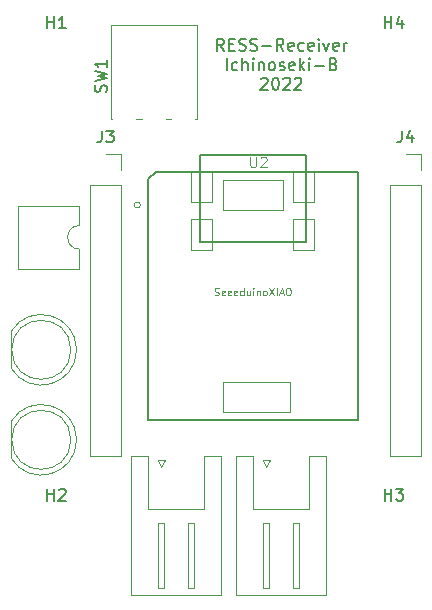
<source format=gbr>
%TF.GenerationSoftware,KiCad,Pcbnew,(5.1.9)-1*%
%TF.CreationDate,2022-08-15T05:54:51+09:00*%
%TF.ProjectId,Receiver,52656365-6976-4657-922e-6b696361645f,rev?*%
%TF.SameCoordinates,Original*%
%TF.FileFunction,Legend,Top*%
%TF.FilePolarity,Positive*%
%FSLAX46Y46*%
G04 Gerber Fmt 4.6, Leading zero omitted, Abs format (unit mm)*
G04 Created by KiCad (PCBNEW (5.1.9)-1) date 2022-08-15 05:54:51*
%MOMM*%
%LPD*%
G01*
G04 APERTURE LIST*
%ADD10C,0.150000*%
%ADD11C,0.120000*%
%ADD12C,0.066040*%
%ADD13C,0.127000*%
%ADD14C,0.100000*%
%ADD15C,0.101600*%
%ADD16C,0.076200*%
G04 APERTURE END LIST*
D10*
X99282857Y-106752380D02*
X98949523Y-106276190D01*
X98711428Y-106752380D02*
X98711428Y-105752380D01*
X99092380Y-105752380D01*
X99187619Y-105800000D01*
X99235238Y-105847619D01*
X99282857Y-105942857D01*
X99282857Y-106085714D01*
X99235238Y-106180952D01*
X99187619Y-106228571D01*
X99092380Y-106276190D01*
X98711428Y-106276190D01*
X99711428Y-106228571D02*
X100044761Y-106228571D01*
X100187619Y-106752380D02*
X99711428Y-106752380D01*
X99711428Y-105752380D01*
X100187619Y-105752380D01*
X100568571Y-106704761D02*
X100711428Y-106752380D01*
X100949523Y-106752380D01*
X101044761Y-106704761D01*
X101092380Y-106657142D01*
X101140000Y-106561904D01*
X101140000Y-106466666D01*
X101092380Y-106371428D01*
X101044761Y-106323809D01*
X100949523Y-106276190D01*
X100759047Y-106228571D01*
X100663809Y-106180952D01*
X100616190Y-106133333D01*
X100568571Y-106038095D01*
X100568571Y-105942857D01*
X100616190Y-105847619D01*
X100663809Y-105800000D01*
X100759047Y-105752380D01*
X100997142Y-105752380D01*
X101140000Y-105800000D01*
X101520952Y-106704761D02*
X101663809Y-106752380D01*
X101901904Y-106752380D01*
X101997142Y-106704761D01*
X102044761Y-106657142D01*
X102092380Y-106561904D01*
X102092380Y-106466666D01*
X102044761Y-106371428D01*
X101997142Y-106323809D01*
X101901904Y-106276190D01*
X101711428Y-106228571D01*
X101616190Y-106180952D01*
X101568571Y-106133333D01*
X101520952Y-106038095D01*
X101520952Y-105942857D01*
X101568571Y-105847619D01*
X101616190Y-105800000D01*
X101711428Y-105752380D01*
X101949523Y-105752380D01*
X102092380Y-105800000D01*
X102520952Y-106371428D02*
X103282857Y-106371428D01*
X104330476Y-106752380D02*
X103997142Y-106276190D01*
X103759047Y-106752380D02*
X103759047Y-105752380D01*
X104140000Y-105752380D01*
X104235238Y-105800000D01*
X104282857Y-105847619D01*
X104330476Y-105942857D01*
X104330476Y-106085714D01*
X104282857Y-106180952D01*
X104235238Y-106228571D01*
X104140000Y-106276190D01*
X103759047Y-106276190D01*
X105140000Y-106704761D02*
X105044761Y-106752380D01*
X104854285Y-106752380D01*
X104759047Y-106704761D01*
X104711428Y-106609523D01*
X104711428Y-106228571D01*
X104759047Y-106133333D01*
X104854285Y-106085714D01*
X105044761Y-106085714D01*
X105140000Y-106133333D01*
X105187619Y-106228571D01*
X105187619Y-106323809D01*
X104711428Y-106419047D01*
X106044761Y-106704761D02*
X105949523Y-106752380D01*
X105759047Y-106752380D01*
X105663809Y-106704761D01*
X105616190Y-106657142D01*
X105568571Y-106561904D01*
X105568571Y-106276190D01*
X105616190Y-106180952D01*
X105663809Y-106133333D01*
X105759047Y-106085714D01*
X105949523Y-106085714D01*
X106044761Y-106133333D01*
X106854285Y-106704761D02*
X106759047Y-106752380D01*
X106568571Y-106752380D01*
X106473333Y-106704761D01*
X106425714Y-106609523D01*
X106425714Y-106228571D01*
X106473333Y-106133333D01*
X106568571Y-106085714D01*
X106759047Y-106085714D01*
X106854285Y-106133333D01*
X106901904Y-106228571D01*
X106901904Y-106323809D01*
X106425714Y-106419047D01*
X107330476Y-106752380D02*
X107330476Y-106085714D01*
X107330476Y-105752380D02*
X107282857Y-105800000D01*
X107330476Y-105847619D01*
X107378095Y-105800000D01*
X107330476Y-105752380D01*
X107330476Y-105847619D01*
X107711428Y-106085714D02*
X107949523Y-106752380D01*
X108187619Y-106085714D01*
X108949523Y-106704761D02*
X108854285Y-106752380D01*
X108663809Y-106752380D01*
X108568571Y-106704761D01*
X108520952Y-106609523D01*
X108520952Y-106228571D01*
X108568571Y-106133333D01*
X108663809Y-106085714D01*
X108854285Y-106085714D01*
X108949523Y-106133333D01*
X108997142Y-106228571D01*
X108997142Y-106323809D01*
X108520952Y-106419047D01*
X109425714Y-106752380D02*
X109425714Y-106085714D01*
X109425714Y-106276190D02*
X109473333Y-106180952D01*
X109520952Y-106133333D01*
X109616190Y-106085714D01*
X109711428Y-106085714D01*
X99520952Y-108402380D02*
X99520952Y-107402380D01*
X100425714Y-108354761D02*
X100330476Y-108402380D01*
X100140000Y-108402380D01*
X100044761Y-108354761D01*
X99997142Y-108307142D01*
X99949523Y-108211904D01*
X99949523Y-107926190D01*
X99997142Y-107830952D01*
X100044761Y-107783333D01*
X100140000Y-107735714D01*
X100330476Y-107735714D01*
X100425714Y-107783333D01*
X100854285Y-108402380D02*
X100854285Y-107402380D01*
X101282857Y-108402380D02*
X101282857Y-107878571D01*
X101235238Y-107783333D01*
X101140000Y-107735714D01*
X100997142Y-107735714D01*
X100901904Y-107783333D01*
X100854285Y-107830952D01*
X101759047Y-108402380D02*
X101759047Y-107735714D01*
X101759047Y-107402380D02*
X101711428Y-107450000D01*
X101759047Y-107497619D01*
X101806666Y-107450000D01*
X101759047Y-107402380D01*
X101759047Y-107497619D01*
X102235238Y-107735714D02*
X102235238Y-108402380D01*
X102235238Y-107830952D02*
X102282857Y-107783333D01*
X102378095Y-107735714D01*
X102520952Y-107735714D01*
X102616190Y-107783333D01*
X102663809Y-107878571D01*
X102663809Y-108402380D01*
X103282857Y-108402380D02*
X103187619Y-108354761D01*
X103140000Y-108307142D01*
X103092380Y-108211904D01*
X103092380Y-107926190D01*
X103140000Y-107830952D01*
X103187619Y-107783333D01*
X103282857Y-107735714D01*
X103425714Y-107735714D01*
X103520952Y-107783333D01*
X103568571Y-107830952D01*
X103616190Y-107926190D01*
X103616190Y-108211904D01*
X103568571Y-108307142D01*
X103520952Y-108354761D01*
X103425714Y-108402380D01*
X103282857Y-108402380D01*
X103997142Y-108354761D02*
X104092380Y-108402380D01*
X104282857Y-108402380D01*
X104378095Y-108354761D01*
X104425714Y-108259523D01*
X104425714Y-108211904D01*
X104378095Y-108116666D01*
X104282857Y-108069047D01*
X104140000Y-108069047D01*
X104044761Y-108021428D01*
X103997142Y-107926190D01*
X103997142Y-107878571D01*
X104044761Y-107783333D01*
X104140000Y-107735714D01*
X104282857Y-107735714D01*
X104378095Y-107783333D01*
X105235238Y-108354761D02*
X105140000Y-108402380D01*
X104949523Y-108402380D01*
X104854285Y-108354761D01*
X104806666Y-108259523D01*
X104806666Y-107878571D01*
X104854285Y-107783333D01*
X104949523Y-107735714D01*
X105140000Y-107735714D01*
X105235238Y-107783333D01*
X105282857Y-107878571D01*
X105282857Y-107973809D01*
X104806666Y-108069047D01*
X105711428Y-108402380D02*
X105711428Y-107402380D01*
X105806666Y-108021428D02*
X106092380Y-108402380D01*
X106092380Y-107735714D02*
X105711428Y-108116666D01*
X106520952Y-108402380D02*
X106520952Y-107735714D01*
X106520952Y-107402380D02*
X106473333Y-107450000D01*
X106520952Y-107497619D01*
X106568571Y-107450000D01*
X106520952Y-107402380D01*
X106520952Y-107497619D01*
X106997142Y-108021428D02*
X107759047Y-108021428D01*
X108568571Y-107878571D02*
X108711428Y-107926190D01*
X108759047Y-107973809D01*
X108806666Y-108069047D01*
X108806666Y-108211904D01*
X108759047Y-108307142D01*
X108711428Y-108354761D01*
X108616190Y-108402380D01*
X108235238Y-108402380D01*
X108235238Y-107402380D01*
X108568571Y-107402380D01*
X108663809Y-107450000D01*
X108711428Y-107497619D01*
X108759047Y-107592857D01*
X108759047Y-107688095D01*
X108711428Y-107783333D01*
X108663809Y-107830952D01*
X108568571Y-107878571D01*
X108235238Y-107878571D01*
X102425714Y-109147619D02*
X102473333Y-109100000D01*
X102568571Y-109052380D01*
X102806666Y-109052380D01*
X102901904Y-109100000D01*
X102949523Y-109147619D01*
X102997142Y-109242857D01*
X102997142Y-109338095D01*
X102949523Y-109480952D01*
X102378095Y-110052380D01*
X102997142Y-110052380D01*
X103616190Y-109052380D02*
X103711428Y-109052380D01*
X103806666Y-109100000D01*
X103854285Y-109147619D01*
X103901904Y-109242857D01*
X103949523Y-109433333D01*
X103949523Y-109671428D01*
X103901904Y-109861904D01*
X103854285Y-109957142D01*
X103806666Y-110004761D01*
X103711428Y-110052380D01*
X103616190Y-110052380D01*
X103520952Y-110004761D01*
X103473333Y-109957142D01*
X103425714Y-109861904D01*
X103378095Y-109671428D01*
X103378095Y-109433333D01*
X103425714Y-109242857D01*
X103473333Y-109147619D01*
X103520952Y-109100000D01*
X103616190Y-109052380D01*
X104330476Y-109147619D02*
X104378095Y-109100000D01*
X104473333Y-109052380D01*
X104711428Y-109052380D01*
X104806666Y-109100000D01*
X104854285Y-109147619D01*
X104901904Y-109242857D01*
X104901904Y-109338095D01*
X104854285Y-109480952D01*
X104282857Y-110052380D01*
X104901904Y-110052380D01*
X105282857Y-109147619D02*
X105330476Y-109100000D01*
X105425714Y-109052380D01*
X105663809Y-109052380D01*
X105759047Y-109100000D01*
X105806666Y-109147619D01*
X105854285Y-109242857D01*
X105854285Y-109338095D01*
X105806666Y-109480952D01*
X105235238Y-110052380D01*
X105854285Y-110052380D01*
D11*
%TO.C,J3*%
X89280000Y-115510000D02*
X90610000Y-115510000D01*
X90610000Y-115510000D02*
X90610000Y-116840000D01*
X90610000Y-118110000D02*
X90610000Y-141030000D01*
X87950000Y-141030000D02*
X90610000Y-141030000D01*
X87950000Y-118110000D02*
X87950000Y-141030000D01*
X87950000Y-118110000D02*
X90610000Y-118110000D01*
%TO.C,J4*%
X113350000Y-118110000D02*
X116010000Y-118110000D01*
X113350000Y-118110000D02*
X113350000Y-141030000D01*
X113350000Y-141030000D02*
X116010000Y-141030000D01*
X116010000Y-118110000D02*
X116010000Y-141030000D01*
X116010000Y-115510000D02*
X116010000Y-116840000D01*
X114680000Y-115510000D02*
X116010000Y-115510000D01*
%TO.C,J5*%
X94280000Y-141410000D02*
X93980000Y-142010000D01*
X93680000Y-141410000D02*
X94280000Y-141410000D01*
X93980000Y-142010000D02*
X93680000Y-141410000D01*
X96730000Y-146710000D02*
X96230000Y-146710000D01*
X96730000Y-152210000D02*
X96730000Y-146710000D01*
X96230000Y-152210000D02*
X96730000Y-152210000D01*
X96230000Y-146710000D02*
X96230000Y-152210000D01*
X94230000Y-146710000D02*
X93730000Y-146710000D01*
X94230000Y-152210000D02*
X94230000Y-146710000D01*
X93730000Y-152210000D02*
X94230000Y-152210000D01*
X93730000Y-146710000D02*
X93730000Y-152210000D01*
X97620000Y-145600000D02*
X95230000Y-145600000D01*
X97620000Y-141100000D02*
X97620000Y-145600000D01*
X99040000Y-141100000D02*
X97620000Y-141100000D01*
X99040000Y-152820000D02*
X99040000Y-141100000D01*
X95230000Y-152820000D02*
X99040000Y-152820000D01*
X92840000Y-145600000D02*
X95230000Y-145600000D01*
X92840000Y-141100000D02*
X92840000Y-145600000D01*
X91420000Y-141100000D02*
X92840000Y-141100000D01*
X91420000Y-152820000D02*
X91420000Y-141100000D01*
X95230000Y-152820000D02*
X91420000Y-152820000D01*
%TO.C,J6*%
X103170000Y-141410000D02*
X102870000Y-142010000D01*
X102570000Y-141410000D02*
X103170000Y-141410000D01*
X102870000Y-142010000D02*
X102570000Y-141410000D01*
X105620000Y-146710000D02*
X105120000Y-146710000D01*
X105620000Y-152210000D02*
X105620000Y-146710000D01*
X105120000Y-152210000D02*
X105620000Y-152210000D01*
X105120000Y-146710000D02*
X105120000Y-152210000D01*
X103120000Y-146710000D02*
X102620000Y-146710000D01*
X103120000Y-152210000D02*
X103120000Y-146710000D01*
X102620000Y-152210000D02*
X103120000Y-152210000D01*
X102620000Y-146710000D02*
X102620000Y-152210000D01*
X106510000Y-145600000D02*
X104120000Y-145600000D01*
X106510000Y-141100000D02*
X106510000Y-145600000D01*
X107930000Y-141100000D02*
X106510000Y-141100000D01*
X107930000Y-152820000D02*
X107930000Y-141100000D01*
X104120000Y-152820000D02*
X107930000Y-152820000D01*
X101730000Y-145600000D02*
X104120000Y-145600000D01*
X101730000Y-141100000D02*
X101730000Y-145600000D01*
X100310000Y-141100000D02*
X101730000Y-141100000D01*
X100310000Y-152820000D02*
X100310000Y-141100000D01*
X104120000Y-152820000D02*
X100310000Y-152820000D01*
%TO.C,U1*%
X87055000Y-125205000D02*
X87055000Y-123555000D01*
X81855000Y-125205000D02*
X87055000Y-125205000D01*
X81855000Y-119905000D02*
X81855000Y-125205000D01*
X87055000Y-119905000D02*
X81855000Y-119905000D01*
X87055000Y-121555000D02*
X87055000Y-119905000D01*
X87055000Y-123555000D02*
G75*
G02*
X87055000Y-121555000I0J1000000D01*
G01*
%TO.C,D1*%
X86320000Y-132080000D02*
G75*
G03*
X86320000Y-132080000I-2500000J0D01*
G01*
X81260000Y-130535000D02*
X81260000Y-133625000D01*
X86810000Y-132080462D02*
G75*
G03*
X81260000Y-130535170I-2990000J462D01*
G01*
X86810000Y-132079538D02*
G75*
G02*
X81260000Y-133624830I-2990000J-462D01*
G01*
%TO.C,D2*%
X81260000Y-138155000D02*
X81260000Y-141245000D01*
X86320000Y-139700000D02*
G75*
G03*
X86320000Y-139700000I-2500000J0D01*
G01*
X86810000Y-139699538D02*
G75*
G02*
X81260000Y-141244830I-2990000J-462D01*
G01*
X86810000Y-139700462D02*
G75*
G03*
X81260000Y-138155170I-2990000J462D01*
G01*
D12*
%TO.C,U2*%
X99190000Y-120205000D02*
X104270000Y-120205000D01*
X104270000Y-120205000D02*
X104270000Y-117665000D01*
X99190000Y-117665000D02*
X104270000Y-117665000D01*
X99190000Y-120205000D02*
X99190000Y-117665000D01*
X99190000Y-137350000D02*
X104905000Y-137350000D01*
X104905000Y-137350000D02*
X104905000Y-134810000D01*
X99190000Y-134810000D02*
X104905000Y-134810000D01*
X99190000Y-137350000D02*
X99190000Y-134810000D01*
X96523000Y-119570000D02*
X98301000Y-119570000D01*
X98301000Y-119570000D02*
X98301000Y-116903000D01*
X96523000Y-116903000D02*
X98301000Y-116903000D01*
X96523000Y-119570000D02*
X96523000Y-116903000D01*
X96523000Y-123636540D02*
X98301000Y-123636540D01*
X98301000Y-123636540D02*
X98301000Y-120967000D01*
X96523000Y-120967000D02*
X98301000Y-120967000D01*
X96523000Y-123636540D02*
X96523000Y-120967000D01*
X105159000Y-123636540D02*
X106937000Y-123636540D01*
X106937000Y-123636540D02*
X106937000Y-120967000D01*
X105159000Y-120967000D02*
X106937000Y-120967000D01*
X105159000Y-123636540D02*
X105159000Y-120967000D01*
X105159000Y-119570000D02*
X106937000Y-119570000D01*
X106937000Y-119570000D02*
X106937000Y-116903000D01*
X105159000Y-116903000D02*
X106937000Y-116903000D01*
X105159000Y-119570000D02*
X105159000Y-116903000D01*
D13*
X92840000Y-137985000D02*
X110637780Y-137985000D01*
X110637780Y-137985000D02*
X110637780Y-116986820D01*
X110637780Y-116986820D02*
X93510560Y-116986820D01*
X93510560Y-116986820D02*
X92840000Y-117657380D01*
X92840000Y-117657380D02*
X92840000Y-137985000D01*
X97239280Y-115561880D02*
X106233420Y-115561880D01*
X106233420Y-115561880D02*
X106233420Y-122915180D01*
X106233420Y-122915180D02*
X97234200Y-122915180D01*
X97234200Y-122915180D02*
X97234200Y-115561880D01*
D14*
X92205000Y-119824000D02*
G75*
G03*
X92205000Y-119824000I-254000J0D01*
G01*
D11*
%TO.C,SW1*%
X96995000Y-112515000D02*
X96845000Y-112515000D01*
X94845000Y-112515000D02*
X94345000Y-112515000D01*
X92345000Y-112515000D02*
X91845000Y-112515000D01*
X89695000Y-112515000D02*
X89845000Y-112515000D01*
X89695000Y-104565000D02*
X89695000Y-112515000D01*
X96995000Y-104565000D02*
X89695000Y-104565000D01*
X96995000Y-112515000D02*
X96995000Y-104565000D01*
%TO.C,J3*%
D10*
X88946666Y-113522380D02*
X88946666Y-114236666D01*
X88899047Y-114379523D01*
X88803809Y-114474761D01*
X88660952Y-114522380D01*
X88565714Y-114522380D01*
X89327619Y-113522380D02*
X89946666Y-113522380D01*
X89613333Y-113903333D01*
X89756190Y-113903333D01*
X89851428Y-113950952D01*
X89899047Y-113998571D01*
X89946666Y-114093809D01*
X89946666Y-114331904D01*
X89899047Y-114427142D01*
X89851428Y-114474761D01*
X89756190Y-114522380D01*
X89470476Y-114522380D01*
X89375238Y-114474761D01*
X89327619Y-114427142D01*
%TO.C,J4*%
X114346666Y-113522380D02*
X114346666Y-114236666D01*
X114299047Y-114379523D01*
X114203809Y-114474761D01*
X114060952Y-114522380D01*
X113965714Y-114522380D01*
X115251428Y-113855714D02*
X115251428Y-114522380D01*
X115013333Y-113474761D02*
X114775238Y-114189047D01*
X115394285Y-114189047D01*
%TO.C,U2*%
D15*
X101497166Y-115717666D02*
X101497166Y-116437333D01*
X101539500Y-116522000D01*
X101581833Y-116564333D01*
X101666500Y-116606666D01*
X101835833Y-116606666D01*
X101920500Y-116564333D01*
X101962833Y-116522000D01*
X102005166Y-116437333D01*
X102005166Y-115717666D01*
X102386166Y-115802333D02*
X102428500Y-115760000D01*
X102513166Y-115717666D01*
X102724833Y-115717666D01*
X102809500Y-115760000D01*
X102851833Y-115802333D01*
X102894166Y-115887000D01*
X102894166Y-115971666D01*
X102851833Y-116098666D01*
X102343833Y-116606666D01*
X102894166Y-116606666D01*
D16*
X98507828Y-127436742D02*
X98594914Y-127465771D01*
X98740057Y-127465771D01*
X98798114Y-127436742D01*
X98827142Y-127407714D01*
X98856171Y-127349657D01*
X98856171Y-127291600D01*
X98827142Y-127233542D01*
X98798114Y-127204514D01*
X98740057Y-127175485D01*
X98623942Y-127146457D01*
X98565885Y-127117428D01*
X98536857Y-127088400D01*
X98507828Y-127030342D01*
X98507828Y-126972285D01*
X98536857Y-126914228D01*
X98565885Y-126885200D01*
X98623942Y-126856171D01*
X98769085Y-126856171D01*
X98856171Y-126885200D01*
X99349657Y-127436742D02*
X99291600Y-127465771D01*
X99175485Y-127465771D01*
X99117428Y-127436742D01*
X99088400Y-127378685D01*
X99088400Y-127146457D01*
X99117428Y-127088400D01*
X99175485Y-127059371D01*
X99291600Y-127059371D01*
X99349657Y-127088400D01*
X99378685Y-127146457D01*
X99378685Y-127204514D01*
X99088400Y-127262571D01*
X99872171Y-127436742D02*
X99814114Y-127465771D01*
X99698000Y-127465771D01*
X99639942Y-127436742D01*
X99610914Y-127378685D01*
X99610914Y-127146457D01*
X99639942Y-127088400D01*
X99698000Y-127059371D01*
X99814114Y-127059371D01*
X99872171Y-127088400D01*
X99901200Y-127146457D01*
X99901200Y-127204514D01*
X99610914Y-127262571D01*
X100394685Y-127436742D02*
X100336628Y-127465771D01*
X100220514Y-127465771D01*
X100162457Y-127436742D01*
X100133428Y-127378685D01*
X100133428Y-127146457D01*
X100162457Y-127088400D01*
X100220514Y-127059371D01*
X100336628Y-127059371D01*
X100394685Y-127088400D01*
X100423714Y-127146457D01*
X100423714Y-127204514D01*
X100133428Y-127262571D01*
X100946228Y-127465771D02*
X100946228Y-126856171D01*
X100946228Y-127436742D02*
X100888171Y-127465771D01*
X100772057Y-127465771D01*
X100714000Y-127436742D01*
X100684971Y-127407714D01*
X100655942Y-127349657D01*
X100655942Y-127175485D01*
X100684971Y-127117428D01*
X100714000Y-127088400D01*
X100772057Y-127059371D01*
X100888171Y-127059371D01*
X100946228Y-127088400D01*
X101497771Y-127059371D02*
X101497771Y-127465771D01*
X101236514Y-127059371D02*
X101236514Y-127378685D01*
X101265542Y-127436742D01*
X101323600Y-127465771D01*
X101410685Y-127465771D01*
X101468742Y-127436742D01*
X101497771Y-127407714D01*
X101788057Y-127465771D02*
X101788057Y-127059371D01*
X101788057Y-126856171D02*
X101759028Y-126885200D01*
X101788057Y-126914228D01*
X101817085Y-126885200D01*
X101788057Y-126856171D01*
X101788057Y-126914228D01*
X102078342Y-127059371D02*
X102078342Y-127465771D01*
X102078342Y-127117428D02*
X102107371Y-127088400D01*
X102165428Y-127059371D01*
X102252514Y-127059371D01*
X102310571Y-127088400D01*
X102339600Y-127146457D01*
X102339600Y-127465771D01*
X102716971Y-127465771D02*
X102658914Y-127436742D01*
X102629885Y-127407714D01*
X102600857Y-127349657D01*
X102600857Y-127175485D01*
X102629885Y-127117428D01*
X102658914Y-127088400D01*
X102716971Y-127059371D01*
X102804057Y-127059371D01*
X102862114Y-127088400D01*
X102891142Y-127117428D01*
X102920171Y-127175485D01*
X102920171Y-127349657D01*
X102891142Y-127407714D01*
X102862114Y-127436742D01*
X102804057Y-127465771D01*
X102716971Y-127465771D01*
X103123371Y-126856171D02*
X103529771Y-127465771D01*
X103529771Y-126856171D02*
X103123371Y-127465771D01*
X103762000Y-127465771D02*
X103762000Y-126856171D01*
X104023257Y-127291600D02*
X104313542Y-127291600D01*
X103965200Y-127465771D02*
X104168400Y-126856171D01*
X104371600Y-127465771D01*
X104690914Y-126856171D02*
X104807028Y-126856171D01*
X104865085Y-126885200D01*
X104923142Y-126943257D01*
X104952171Y-127059371D01*
X104952171Y-127262571D01*
X104923142Y-127378685D01*
X104865085Y-127436742D01*
X104807028Y-127465771D01*
X104690914Y-127465771D01*
X104632857Y-127436742D01*
X104574800Y-127378685D01*
X104545771Y-127262571D01*
X104545771Y-127059371D01*
X104574800Y-126943257D01*
X104632857Y-126885200D01*
X104690914Y-126856171D01*
%TO.C,H1*%
D10*
X84328095Y-104837380D02*
X84328095Y-103837380D01*
X84328095Y-104313571D02*
X84899523Y-104313571D01*
X84899523Y-104837380D02*
X84899523Y-103837380D01*
X85899523Y-104837380D02*
X85328095Y-104837380D01*
X85613809Y-104837380D02*
X85613809Y-103837380D01*
X85518571Y-103980238D01*
X85423333Y-104075476D01*
X85328095Y-104123095D01*
%TO.C,H2*%
X84328095Y-144842380D02*
X84328095Y-143842380D01*
X84328095Y-144318571D02*
X84899523Y-144318571D01*
X84899523Y-144842380D02*
X84899523Y-143842380D01*
X85328095Y-143937619D02*
X85375714Y-143890000D01*
X85470952Y-143842380D01*
X85709047Y-143842380D01*
X85804285Y-143890000D01*
X85851904Y-143937619D01*
X85899523Y-144032857D01*
X85899523Y-144128095D01*
X85851904Y-144270952D01*
X85280476Y-144842380D01*
X85899523Y-144842380D01*
%TO.C,H3*%
X112903095Y-144842380D02*
X112903095Y-143842380D01*
X112903095Y-144318571D02*
X113474523Y-144318571D01*
X113474523Y-144842380D02*
X113474523Y-143842380D01*
X113855476Y-143842380D02*
X114474523Y-143842380D01*
X114141190Y-144223333D01*
X114284047Y-144223333D01*
X114379285Y-144270952D01*
X114426904Y-144318571D01*
X114474523Y-144413809D01*
X114474523Y-144651904D01*
X114426904Y-144747142D01*
X114379285Y-144794761D01*
X114284047Y-144842380D01*
X113998333Y-144842380D01*
X113903095Y-144794761D01*
X113855476Y-144747142D01*
%TO.C,H4*%
X112903095Y-104837380D02*
X112903095Y-103837380D01*
X112903095Y-104313571D02*
X113474523Y-104313571D01*
X113474523Y-104837380D02*
X113474523Y-103837380D01*
X114379285Y-104170714D02*
X114379285Y-104837380D01*
X114141190Y-103789761D02*
X113903095Y-104504047D01*
X114522142Y-104504047D01*
%TO.C,SW1*%
X89299761Y-110248333D02*
X89347380Y-110105476D01*
X89347380Y-109867380D01*
X89299761Y-109772142D01*
X89252142Y-109724523D01*
X89156904Y-109676904D01*
X89061666Y-109676904D01*
X88966428Y-109724523D01*
X88918809Y-109772142D01*
X88871190Y-109867380D01*
X88823571Y-110057857D01*
X88775952Y-110153095D01*
X88728333Y-110200714D01*
X88633095Y-110248333D01*
X88537857Y-110248333D01*
X88442619Y-110200714D01*
X88395000Y-110153095D01*
X88347380Y-110057857D01*
X88347380Y-109819761D01*
X88395000Y-109676904D01*
X88347380Y-109343571D02*
X89347380Y-109105476D01*
X88633095Y-108915000D01*
X89347380Y-108724523D01*
X88347380Y-108486428D01*
X89347380Y-107581666D02*
X89347380Y-108153095D01*
X89347380Y-107867380D02*
X88347380Y-107867380D01*
X88490238Y-107962619D01*
X88585476Y-108057857D01*
X88633095Y-108153095D01*
%TD*%
M02*

</source>
